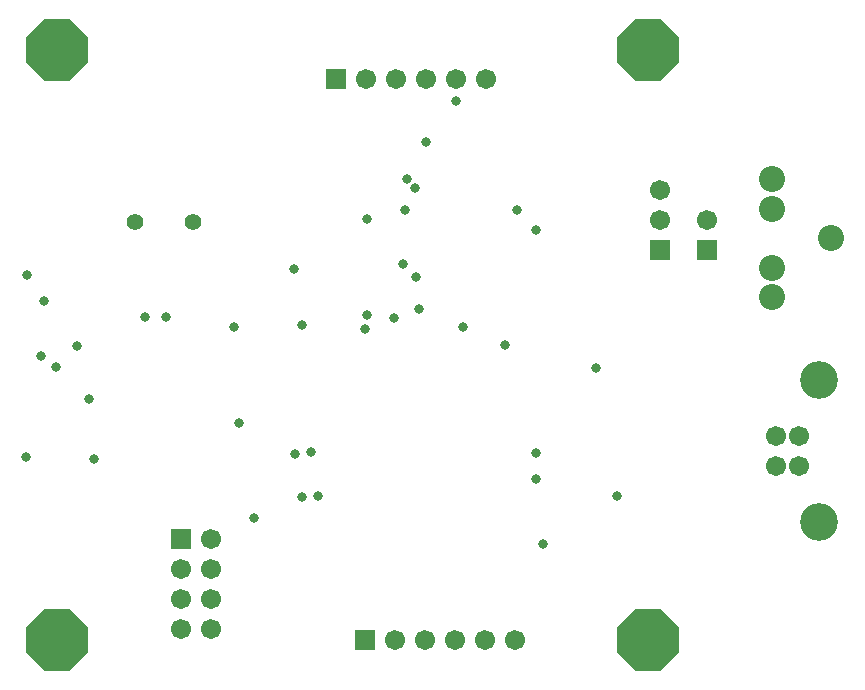
<source format=gbs>
G04 Layer_Color=16711935*
%FSLAX23Y23*%
%MOIN*%
G70*
G01*
G75*
%ADD43C,0.087*%
%ADD44C,0.067*%
%ADD45C,0.126*%
%ADD46P,0.222X8X202.5*%
%ADD47R,0.067X0.067*%
%ADD48R,0.067X0.067*%
%ADD49C,0.055*%
%ADD50C,0.033*%
D43*
X3367Y1497D02*
D03*
X3170Y1694D02*
D03*
Y1595D02*
D03*
Y1300D02*
D03*
Y1399D02*
D03*
D44*
X3259Y837D02*
D03*
Y738D02*
D03*
X3181D02*
D03*
Y837D02*
D03*
X2217Y2029D02*
D03*
X2117D02*
D03*
X2017D02*
D03*
X1917D02*
D03*
X1817D02*
D03*
X2314Y158D02*
D03*
X2214D02*
D03*
X2114D02*
D03*
X2014D02*
D03*
X1914D02*
D03*
X2795Y1657D02*
D03*
Y1557D02*
D03*
X2953D02*
D03*
X1300Y496D02*
D03*
X1200Y396D02*
D03*
X1300D02*
D03*
X1200Y296D02*
D03*
X1300D02*
D03*
X1200Y196D02*
D03*
X1300D02*
D03*
D45*
X3327Y1024D02*
D03*
Y551D02*
D03*
D46*
X787Y157D02*
D03*
X2756D02*
D03*
Y2126D02*
D03*
X787D02*
D03*
D47*
X1717Y2029D02*
D03*
X1814Y158D02*
D03*
D48*
X2795Y1457D02*
D03*
X2953D02*
D03*
X1200Y496D02*
D03*
D49*
X1047Y1550D02*
D03*
X1239D02*
D03*
D50*
X2652Y639D02*
D03*
X2384Y696D02*
D03*
Y780D02*
D03*
Y1526D02*
D03*
X2319Y1591D02*
D03*
X1980Y1663D02*
D03*
X1947Y1592D02*
D03*
X1939Y1410D02*
D03*
X1442Y564D02*
D03*
X1079Y1236D02*
D03*
X1376Y1200D02*
D03*
X1150Y1234D02*
D03*
X2138Y1202D02*
D03*
X2117Y1956D02*
D03*
X1601Y1207D02*
D03*
X1818Y1242D02*
D03*
X685Y1374D02*
D03*
X1656Y639D02*
D03*
X1604Y636D02*
D03*
X2405Y479D02*
D03*
X854Y1138D02*
D03*
X781Y1067D02*
D03*
X1908Y1232D02*
D03*
X732Y1103D02*
D03*
X1993Y1261D02*
D03*
X681Y768D02*
D03*
X893Y960D02*
D03*
X910Y761D02*
D03*
X1633Y784D02*
D03*
X1577Y1393D02*
D03*
X742Y1288D02*
D03*
X2280Y1142D02*
D03*
X1391Y880D02*
D03*
X2017Y1817D02*
D03*
X1981Y1368D02*
D03*
X1952Y1694D02*
D03*
X1819Y1561D02*
D03*
X2582Y1066D02*
D03*
X1580Y777D02*
D03*
X1814Y1193D02*
D03*
M02*

</source>
